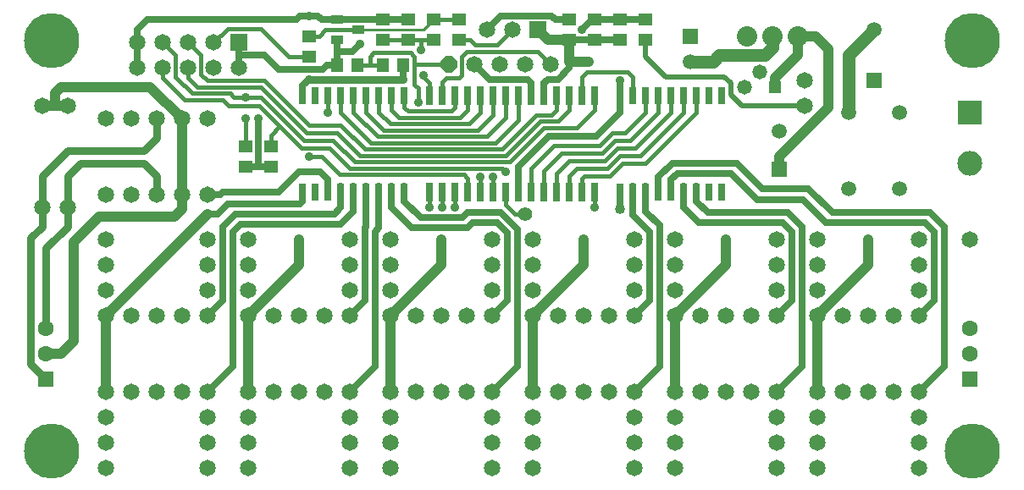
<source format=gtl>
%FSLAX23Y23*%
%MOIN*%
G70*
G01*
G75*
G04 Layer_Physical_Order=1*
G04 Layer_Color=255*
%ADD10R,0.050X0.035*%
%ADD11R,0.054X0.050*%
%ADD12R,0.050X0.054*%
%ADD13C,0.055*%
%ADD14R,0.025X0.070*%
%ADD15R,0.025X0.075*%
%ADD16C,0.015*%
%ADD17C,0.025*%
%ADD18C,0.030*%
%ADD19C,0.040*%
%ADD20C,0.010*%
%ADD21C,0.020*%
%ADD22C,0.050*%
%ADD23C,0.065*%
%ADD24C,0.063*%
%ADD25R,0.063X0.063*%
%ADD26C,0.035*%
%ADD27P,0.070X8X22.5*%
%ADD28R,0.059X0.059*%
%ADD29C,0.059*%
%ADD30C,0.080*%
%ADD31C,0.059*%
%ADD32R,0.065X0.065*%
%ADD33C,0.217*%
%ADD34C,0.098*%
%ADD35R,0.098X0.098*%
%ADD36R,0.050X0.050*%
%ADD37C,0.058*%
%ADD38C,0.058*%
%ADD39C,0.040*%
D10*
X-690Y1315D02*
D03*
Y1235D02*
D03*
X-605Y1275D02*
D03*
D11*
X-800Y1170D02*
D03*
Y1250D02*
D03*
X-210Y1315D02*
D03*
Y1235D02*
D03*
X-310D02*
D03*
Y1315D02*
D03*
X-410Y1235D02*
D03*
Y1315D02*
D03*
X-510D02*
D03*
Y1235D02*
D03*
X525D02*
D03*
Y1315D02*
D03*
X425D02*
D03*
Y1235D02*
D03*
X325D02*
D03*
Y1315D02*
D03*
X225Y1235D02*
D03*
Y1315D02*
D03*
X-950Y735D02*
D03*
Y815D02*
D03*
X-1050Y735D02*
D03*
Y815D02*
D03*
D12*
X-690Y1135D02*
D03*
X-610D02*
D03*
X-510D02*
D03*
X-430D02*
D03*
D13*
X50Y550D02*
D03*
D14*
X425Y635D02*
D03*
Y1015D02*
D03*
X825D02*
D03*
X775D02*
D03*
Y635D02*
D03*
X825D02*
D03*
X525Y1015D02*
D03*
X475D02*
D03*
Y635D02*
D03*
X525D02*
D03*
X725Y1015D02*
D03*
X675D02*
D03*
X625D02*
D03*
X575D02*
D03*
Y635D02*
D03*
X625D02*
D03*
X675D02*
D03*
X725D02*
D03*
X-425Y1015D02*
D03*
X-475D02*
D03*
X-525D02*
D03*
X-575D02*
D03*
X-625D02*
D03*
X-675D02*
D03*
X-725D02*
D03*
X-775D02*
D03*
X-825D02*
D03*
Y635D02*
D03*
X-775D02*
D03*
X-725D02*
D03*
X-425D02*
D03*
X-475D02*
D03*
X-525D02*
D03*
X-575D02*
D03*
X-625D02*
D03*
X-675D02*
D03*
D15*
X-325D02*
D03*
X-275D02*
D03*
X-225D02*
D03*
X25D02*
D03*
X75D02*
D03*
X125D02*
D03*
X175D02*
D03*
X225D02*
D03*
X275D02*
D03*
X325D02*
D03*
Y1015D02*
D03*
X275D02*
D03*
X225D02*
D03*
X175D02*
D03*
X125D02*
D03*
X75D02*
D03*
X25D02*
D03*
X-25D02*
D03*
X-75D02*
D03*
X-125D02*
D03*
X-175D02*
D03*
X-225D02*
D03*
X-275D02*
D03*
X-325D02*
D03*
X-175Y635D02*
D03*
X-125D02*
D03*
X-75D02*
D03*
X-25D02*
D03*
D16*
X-1120Y1280D02*
X-990D01*
X-880Y1170D01*
X-800D01*
X-760Y1250D02*
X-735Y1275D01*
X-800Y1250D02*
X-760D01*
X-1175Y1225D02*
X-1120Y1280D01*
X-60Y1215D02*
X0Y1275D01*
X-145Y1215D02*
X-60D01*
X-165Y1235D02*
X-145Y1215D01*
X-210Y1235D02*
X-165D01*
X-370Y990D02*
Y1045D01*
X-385Y1060D02*
Y1170D01*
X-610Y1135D02*
X-510D01*
X-385Y1140D02*
X-250D01*
X-560Y1135D02*
Y1170D01*
X-385Y1060D02*
X-370Y1045D01*
X-510Y1235D02*
X-310D01*
X-360Y1195D02*
Y1235D01*
X-325Y1015D02*
Y1065D01*
X-350Y1090D02*
X-325Y1065D01*
X-400Y1185D02*
X-385Y1170D01*
X475Y1015D02*
Y1090D01*
X275Y1015D02*
Y1090D01*
X455Y1110D02*
X475Y1090D01*
X295Y1110D02*
X455D01*
X275Y1090D02*
X295Y1110D01*
X-950Y815D02*
Y860D01*
X-1140Y1000D02*
X-1115Y975D01*
X-995D01*
X-990Y1010D02*
X-820Y840D01*
X-1110Y1025D02*
X-1095Y1010D01*
X-1050Y815D02*
Y925D01*
X-735Y1275D02*
X-605D01*
X-975Y1075D02*
X-800Y900D01*
X-675D01*
X-580Y805D01*
X-990Y1050D02*
X-810Y870D01*
X-690D01*
X-600Y780D01*
X-820Y840D02*
X-705D01*
X-620Y755D01*
X-830Y810D02*
X-720D01*
X-640Y730D01*
X-800Y775D02*
X-750D01*
X-680Y705D01*
X-560Y1170D02*
X-545Y1185D01*
X-400D01*
X-1200Y1075D02*
X-975D01*
X-1275Y1225D02*
X-1225Y1175D01*
Y1100D02*
Y1175D01*
Y1100D02*
X-1200Y1075D01*
X-1375Y1225D02*
X-1325Y1175D01*
X100Y1190D02*
X150Y1140D01*
X-180Y1190D02*
X100D01*
X-200Y1170D02*
X-180Y1190D01*
X-200Y1095D02*
Y1170D01*
X-210Y1085D02*
X-200Y1095D01*
X-260Y1085D02*
X-210D01*
X-275Y1070D02*
X-260Y1085D01*
X-275Y1015D02*
Y1070D01*
X275Y635D02*
Y690D01*
X285Y700D01*
X225D02*
X255Y730D01*
X225Y635D02*
Y700D01*
X175Y645D02*
Y710D01*
X225Y760D01*
X125Y720D02*
X195Y790D01*
X125Y650D02*
Y720D01*
X75Y635D02*
Y730D01*
X165Y820D01*
X-225Y970D02*
Y1015D01*
X-410Y955D02*
X-240D01*
X-425Y970D02*
X-410Y955D01*
X-240D02*
X-225Y970D01*
X-425D02*
Y1015D01*
X-475Y960D02*
Y1015D01*
X-445Y930D02*
X-205D01*
X-475Y960D02*
X-445Y930D01*
X-205D02*
X-175Y960D01*
Y1015D01*
X-525Y950D02*
X-480Y905D01*
X-170D02*
X-125Y950D01*
X-480Y905D02*
X-170D01*
X-525Y950D02*
Y1015D01*
X-125Y950D02*
Y1015D01*
X-135Y880D02*
X-75Y940D01*
Y1015D01*
X-100Y855D02*
X-25Y930D01*
Y1015D01*
X-65Y830D02*
X25Y920D01*
Y1015D01*
X95Y940D02*
X155D01*
X175Y960D01*
Y1015D01*
X-40Y805D02*
X95Y940D01*
X110Y915D02*
X180D01*
X225Y960D01*
X-25Y780D02*
X110Y915D01*
X225Y960D02*
Y1015D01*
X125Y890D02*
X255D01*
X325Y960D02*
Y1015D01*
X255Y890D02*
X325Y960D01*
X-10Y755D02*
X125Y890D01*
X-310Y1315D02*
X-210D01*
X525Y950D02*
Y1015D01*
X575Y950D02*
Y1015D01*
X625Y950D02*
Y1015D01*
X675Y950D02*
Y1015D01*
X725Y950D02*
Y1015D01*
X165Y820D02*
X345D01*
X195Y790D02*
X355D01*
X225Y760D02*
X365D01*
X255Y730D02*
X375D01*
X285Y700D02*
X385D01*
X435Y750D01*
X525D01*
X725Y950D01*
X375Y730D02*
X425Y780D01*
X505D01*
X675Y950D01*
X365Y760D02*
X415Y810D01*
X485D01*
X625Y950D01*
X355Y790D02*
X405Y840D01*
X465D01*
X575Y950D01*
X345Y820D02*
X395Y870D01*
X445D01*
X525Y950D01*
X325Y575D02*
Y635D01*
X-325Y575D02*
Y635D01*
X-275Y575D02*
Y635D01*
X-225Y575D02*
Y635D01*
X-40Y730D02*
X-25Y715D01*
Y585D02*
X10Y550D01*
X50D01*
X-25Y585D02*
Y635D01*
X-125D02*
Y695D01*
X-75Y635D02*
Y695D01*
X-175Y635D02*
Y690D01*
X-190Y705D02*
X-175Y690D01*
X-575Y950D02*
X-505Y880D01*
X-575Y950D02*
Y1015D01*
X-505Y880D02*
X-135D01*
X-625Y950D02*
X-530Y855D01*
X-625Y950D02*
Y1015D01*
X-530Y855D02*
X-100D01*
X-675Y950D02*
X-555Y830D01*
X-675Y950D02*
Y1015D01*
X-555Y830D02*
X-65D01*
X-680Y705D02*
X-190D01*
X-580Y805D02*
X-40D01*
X-600Y780D02*
X-25D01*
X-620Y755D02*
X-10D01*
X-640Y730D02*
X-40D01*
X-725Y950D02*
Y1015D01*
X-1275Y1085D02*
X-1240Y1050D01*
X-1275Y1085D02*
Y1125D01*
X-1240Y1050D02*
X-990D01*
X-1325Y1090D02*
X-1260Y1025D01*
X-1325Y1090D02*
Y1175D01*
X-1095Y1010D02*
X-990D01*
X-1260Y1025D02*
X-1110D01*
X-1375Y1085D02*
X-1290Y1000D01*
X-1375Y1085D02*
Y1125D01*
X-950Y860D02*
X-915Y895D01*
X-995Y975D02*
X-830Y810D01*
X-1290Y1000D02*
X-1140D01*
D17*
X-975Y1175D02*
X-920Y1120D01*
X-1075Y1125D02*
Y1225D01*
X-745Y1120D02*
X-730Y1135D01*
X-1075Y1175D02*
X-975D01*
X-920Y1120D02*
X-745D01*
X-730Y1135D02*
X-690D01*
X-750Y1315D02*
X-410D01*
X-835Y1330D02*
X-765D01*
X-1475Y1125D02*
Y1275D01*
X225Y1235D02*
X425D01*
Y950D02*
Y1075D01*
X225Y1125D02*
Y1150D01*
X-1475Y1275D02*
X-1435Y1315D01*
X-850D01*
X-835Y1330D01*
X-765D02*
X-750Y1315D01*
X-825Y1055D02*
X-800Y1080D01*
X-825Y1015D02*
Y1055D01*
X-690Y1150D02*
Y1235D01*
Y1190D02*
X-630D01*
X-600Y1220D01*
X-1050Y735D02*
X-950D01*
X-1000D02*
Y925D01*
X-430Y1080D02*
Y1135D01*
X315Y1315D02*
X525D01*
X275Y1275D02*
X315Y1315D01*
X575Y635D02*
Y695D01*
X630Y750D01*
X625Y635D02*
Y685D01*
X650Y710D01*
X675Y575D02*
X735Y515D01*
X725Y600D02*
Y660D01*
X1145Y605D02*
X1235Y515D01*
X630Y750D02*
X885D01*
X25Y635D02*
Y735D01*
X145Y855D01*
X-90Y1080D02*
X60D01*
X75Y1065D01*
X-150Y1140D02*
X-90Y1080D01*
X75Y1015D02*
Y1065D01*
X125D02*
X140Y1080D01*
X125Y1015D02*
Y1065D01*
X140Y1080D02*
X180D01*
X225Y1125D01*
X-100Y1275D02*
X-45Y1330D01*
X155D01*
X170Y1315D01*
X225D01*
X-700Y550D02*
X-675Y575D01*
X330Y855D02*
X425Y950D01*
X145Y855D02*
X330D01*
X985Y650D02*
X1165D01*
X885Y750D02*
X985Y650D01*
X860Y710D02*
X965Y605D01*
X650Y710D02*
X860D01*
X965Y605D02*
X1145D01*
X-755Y715D02*
X-725Y685D01*
Y635D02*
Y685D01*
X-840Y715D02*
X-755D01*
X-640Y150D02*
X-580Y210D01*
Y495D01*
X-575Y500D01*
Y660D01*
X-1200Y150D02*
X-1140Y210D01*
X-80Y150D02*
X-20Y210D01*
X480Y150D02*
X540Y210D01*
X1040Y150D02*
X1100Y210D01*
X1600Y150D02*
X1660Y210D01*
Y480D01*
X1625Y515D02*
X1660Y480D01*
X1235Y515D02*
X1625D01*
X1065D02*
X1100Y480D01*
Y210D02*
Y480D01*
X540Y210D02*
Y480D01*
X475Y545D02*
X540Y480D01*
X475Y545D02*
Y660D01*
X-640Y-150D02*
X-540Y-50D01*
X480Y-150D02*
X580Y-50D01*
X1040Y-150D02*
X1140Y-50D01*
X1600Y-150D02*
X1700Y-50D01*
X-1200Y-150D02*
X-1100Y-50D01*
Y480D01*
X-1070Y510D01*
X-675D01*
X-625Y560D01*
Y660D01*
X-1140Y500D02*
X-1090Y550D01*
X-1140Y210D02*
Y500D01*
X-1090Y550D02*
X-700D01*
X-675Y575D02*
Y660D01*
X-60Y515D02*
X-20Y475D01*
Y210D02*
Y475D01*
X-155Y515D02*
X-60D01*
X-80Y-150D02*
X20Y-50D01*
Y490D01*
X-540Y480D02*
X-525Y495D01*
X-540Y-50D02*
Y480D01*
X-525Y495D02*
Y660D01*
X525Y560D02*
X580Y505D01*
X525Y560D02*
Y660D01*
X580Y-50D02*
Y505D01*
X735Y515D02*
X1065D01*
X675Y575D02*
Y660D01*
X1140Y-50D02*
Y500D01*
X1700Y-50D02*
Y500D01*
X-425Y600D02*
X-360Y535D01*
X-425Y600D02*
Y660D01*
X-475Y575D02*
X-395Y495D01*
X-175D02*
X-155Y515D01*
X-395Y495D02*
X-175D01*
X-475Y575D02*
Y660D01*
X-195Y535D02*
X-175Y555D01*
X-45D02*
X20Y490D01*
X-175Y555D02*
X-45D01*
X-360Y535D02*
X-195D01*
X1085Y555D02*
X1140Y500D01*
X770Y555D02*
X1085D01*
X725Y600D02*
X770Y555D01*
X1645D02*
X1700Y500D01*
X1260Y555D02*
X1645D01*
X1165Y650D02*
X1260Y555D01*
X-825Y600D02*
Y635D01*
X-835Y590D02*
X-825Y600D01*
X-1120Y590D02*
X-835D01*
X-1160Y550D02*
X-1120Y590D01*
X-1200Y550D02*
X-1160D01*
X-1200Y625D02*
X-1150D01*
X-920Y635D02*
X-840Y715D01*
X-1140Y635D02*
X-920D01*
X-1150Y625D02*
X-1140Y635D01*
X425Y570D02*
Y635D01*
D18*
X-800Y1080D02*
X-430D01*
X-1895Y-40D02*
X-1835Y-100D01*
X-1895Y-40D02*
Y455D01*
X-1850Y500D01*
X-1835Y100D02*
Y415D01*
X-1750Y500D01*
X-1850Y700D02*
X-1750Y800D01*
X-1450D01*
X-1400Y850D01*
Y925D01*
X-1850Y500D02*
Y700D01*
X-1400Y625D02*
Y700D01*
X-1450Y750D02*
X-1400Y700D01*
X-1700Y750D02*
X-1450D01*
X-1750Y700D02*
X-1700Y750D01*
X-1750Y500D02*
Y700D01*
D19*
X225Y1150D02*
X300D01*
X225D02*
Y1235D01*
X100Y1275D02*
X140Y1235D01*
X225D01*
X1050Y775D02*
X1245Y970D01*
X1050Y725D02*
Y775D01*
X1125Y1250D02*
X1195D01*
X1245Y1200D01*
Y970D02*
Y1200D01*
X1035Y1050D02*
Y1085D01*
X1125Y1175D02*
Y1250D01*
X1035Y1085D02*
X1125Y1175D01*
X80Y-150D02*
Y150D01*
X-480Y-150D02*
Y150D01*
X-1040Y-150D02*
Y150D01*
X-1600Y-150D02*
Y150D01*
X640Y-150D02*
Y150D01*
X1200Y-150D02*
Y150D01*
X-1040D02*
X-840Y350D01*
Y450D01*
X-280Y350D02*
Y450D01*
X-480Y150D02*
X-280Y350D01*
X280D02*
Y450D01*
X80Y150D02*
X280Y350D01*
X840D02*
Y450D01*
X640Y150D02*
X840Y350D01*
X1400D02*
Y450D01*
X1200Y150D02*
X1400Y350D01*
X-1800Y1025D02*
X-1775Y1050D01*
X-1425D02*
X-1300Y925D01*
X-1775Y1050D02*
X-1425D01*
X-1625Y540D02*
X-1330D01*
X-1725Y440D02*
X-1625Y540D01*
X-1725Y50D02*
Y440D01*
X-1775Y0D02*
X-1725Y50D01*
X-1835Y0D02*
X-1775D01*
X-1800Y975D02*
Y1025D01*
X-1330Y540D02*
X-1300Y570D01*
X-1850Y975D02*
X-1750D01*
X-1300Y570D02*
Y925D01*
X-1600Y150D02*
X-1200Y550D01*
D20*
X-605Y1275D02*
X-350D01*
X-310Y1315D01*
X-150Y1140D02*
Y1150D01*
D21*
X100Y1265D02*
Y1275D01*
X525Y1170D02*
Y1235D01*
Y1170D02*
X605Y1090D01*
X835D01*
X860Y1065D01*
Y1020D02*
Y1065D01*
Y1020D02*
X905Y975D01*
X1150D01*
D22*
X1325Y1175D02*
X1425Y1275D01*
X1325Y950D02*
Y1175D01*
X700Y1150D02*
X790D01*
X815Y1175D01*
X995D01*
X1025Y1205D01*
Y1250D01*
D23*
X-640Y-250D02*
D03*
X-1040D02*
D03*
X-1600Y-450D02*
D03*
X-1200D02*
D03*
X1500Y150D02*
D03*
X1600Y450D02*
D03*
X1500Y-150D02*
D03*
X-1300Y625D02*
D03*
Y925D02*
D03*
X-1200Y250D02*
D03*
X-640D02*
D03*
X-80D02*
D03*
X480D02*
D03*
X1040D02*
D03*
X1600D02*
D03*
X-1750Y975D02*
D03*
X-1200Y-250D02*
D03*
X-80D02*
D03*
X480D02*
D03*
X1040D02*
D03*
X1600D02*
D03*
X-1850Y975D02*
D03*
X-1400Y625D02*
D03*
Y925D02*
D03*
X-1500Y150D02*
D03*
X-1400D02*
D03*
Y-150D02*
D03*
X-1500D02*
D03*
X-940Y150D02*
D03*
X-840D02*
D03*
Y-150D02*
D03*
X-940D02*
D03*
X-380Y150D02*
D03*
X-280D02*
D03*
Y-150D02*
D03*
X-380D02*
D03*
X180Y150D02*
D03*
X280D02*
D03*
Y-150D02*
D03*
X180D02*
D03*
X1300Y150D02*
D03*
X1400D02*
D03*
Y-150D02*
D03*
X1300D02*
D03*
X-50Y1140D02*
D03*
X-150D02*
D03*
X50D02*
D03*
X150D02*
D03*
X1150Y1075D02*
D03*
Y975D02*
D03*
X-1750Y575D02*
D03*
X-1850D02*
D03*
X-1200Y625D02*
D03*
Y925D02*
D03*
X-1500D02*
D03*
X-1600D02*
D03*
Y625D02*
D03*
X-1500D02*
D03*
X-1200Y150D02*
D03*
Y-150D02*
D03*
X-1600Y150D02*
D03*
X-1300D02*
D03*
Y-150D02*
D03*
X-1600D02*
D03*
X480Y150D02*
D03*
Y-150D02*
D03*
X80D02*
D03*
X380D02*
D03*
Y150D02*
D03*
X80D02*
D03*
X1200Y-150D02*
D03*
X1600D02*
D03*
Y150D02*
D03*
X1200D02*
D03*
X-1600Y-250D02*
D03*
X-1040Y-450D02*
D03*
X-640D02*
D03*
X-480D02*
D03*
X-80D02*
D03*
X-480Y-250D02*
D03*
X80Y-450D02*
D03*
X480D02*
D03*
X80Y-250D02*
D03*
X640D02*
D03*
X1200D02*
D03*
Y250D02*
D03*
Y450D02*
D03*
X640Y250D02*
D03*
Y450D02*
D03*
X1040D02*
D03*
X80Y250D02*
D03*
Y450D02*
D03*
X480D02*
D03*
X-480Y250D02*
D03*
Y450D02*
D03*
X-80D02*
D03*
X-1040D02*
D03*
X-640D02*
D03*
X-1040Y250D02*
D03*
X-640Y150D02*
D03*
Y-150D02*
D03*
X-1040D02*
D03*
X-740D02*
D03*
Y150D02*
D03*
X-1040D02*
D03*
X-1600Y450D02*
D03*
X-1200D02*
D03*
X-1600Y250D02*
D03*
X-1175Y1225D02*
D03*
X-1275D02*
D03*
X-1175Y1125D02*
D03*
X-1075D02*
D03*
X-1275D02*
D03*
X-1375Y1225D02*
D03*
Y1125D02*
D03*
X-1475Y1225D02*
D03*
Y1125D02*
D03*
X0Y1275D02*
D03*
X-100D02*
D03*
X-480Y-150D02*
D03*
X-180D02*
D03*
Y150D02*
D03*
X-480D02*
D03*
X-80Y-150D02*
D03*
Y150D02*
D03*
X640Y-150D02*
D03*
X940D02*
D03*
Y150D02*
D03*
X640D02*
D03*
X1040Y-150D02*
D03*
Y150D02*
D03*
X740Y-150D02*
D03*
X840D02*
D03*
Y150D02*
D03*
X740D02*
D03*
X1040Y-450D02*
D03*
X640D02*
D03*
X1200D02*
D03*
X1600D02*
D03*
X1800Y450D02*
D03*
X1200Y-350D02*
D03*
X1600D02*
D03*
X640D02*
D03*
X1040D02*
D03*
X80D02*
D03*
X480D02*
D03*
X-480D02*
D03*
X-80D02*
D03*
X-1040D02*
D03*
X-640D02*
D03*
X-1600D02*
D03*
X-1200D02*
D03*
X-1600Y350D02*
D03*
X-1200D02*
D03*
X-1040D02*
D03*
X-640D02*
D03*
X-480D02*
D03*
X-80D02*
D03*
X80D02*
D03*
X480D02*
D03*
X640D02*
D03*
X1040D02*
D03*
X1200D02*
D03*
X1600D02*
D03*
D24*
X-1835Y100D02*
D03*
Y0D02*
D03*
X1800Y100D02*
D03*
Y0D02*
D03*
D25*
X-1835Y-100D02*
D03*
X1800D02*
D03*
D26*
X-125Y695D02*
D03*
X-75D02*
D03*
X-800Y1080D02*
D03*
Y1330D02*
D03*
X-600Y1220D02*
D03*
X-1000Y925D02*
D03*
X-430Y1080D02*
D03*
X425Y1075D02*
D03*
X-1050Y1010D02*
D03*
Y925D02*
D03*
X275Y1275D02*
D03*
X-725Y950D02*
D03*
X-325Y575D02*
D03*
X-350Y1095D02*
D03*
X-370Y990D02*
D03*
X300Y1150D02*
D03*
X-25Y715D02*
D03*
X325Y575D02*
D03*
X-275D02*
D03*
X-225D02*
D03*
X-800Y775D02*
D03*
X-360Y1195D02*
D03*
D27*
X-250Y1140D02*
D03*
D28*
X1050Y725D02*
D03*
X700Y1250D02*
D03*
X1425Y1075D02*
D03*
D29*
X1050Y875D02*
D03*
X700Y1150D02*
D03*
X1425Y1275D02*
D03*
D30*
X1125Y1250D02*
D03*
X1025D02*
D03*
X925D02*
D03*
D31*
X1325Y650D02*
D03*
X1525D02*
D03*
Y950D02*
D03*
X1325D02*
D03*
D32*
X-1075Y1225D02*
D03*
X100Y1275D02*
D03*
D33*
X1811Y-383D02*
D03*
Y1231D02*
D03*
X-1811D02*
D03*
Y-383D02*
D03*
D34*
X1800Y750D02*
D03*
D35*
Y950D02*
D03*
D36*
X1035Y1050D02*
D03*
D37*
X975Y1110D02*
D03*
D38*
X915Y1050D02*
D03*
D39*
X-840Y450D02*
D03*
X-280D02*
D03*
X280D02*
D03*
X840D02*
D03*
X1400D02*
D03*
X-1200Y550D02*
D03*
X425Y570D02*
D03*
M02*

</source>
